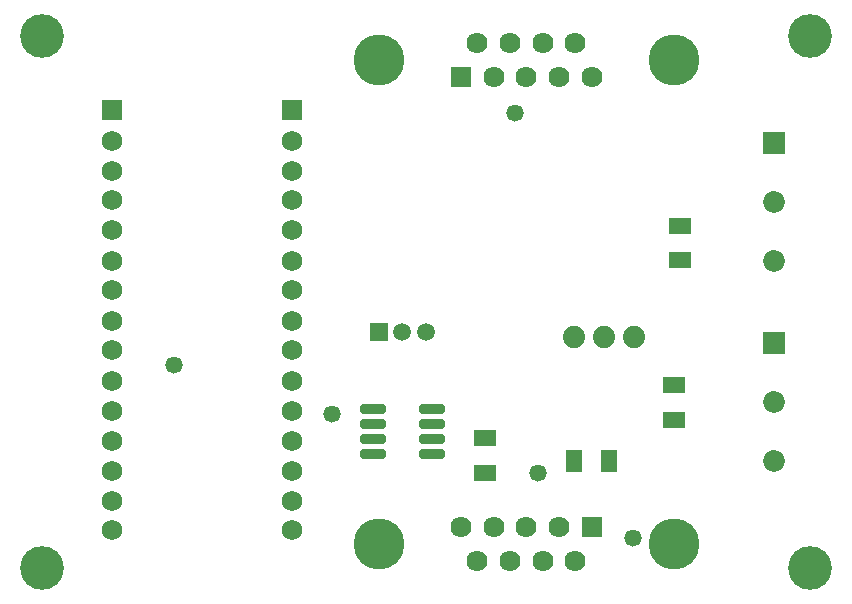
<source format=gts>
G04*
G04 #@! TF.GenerationSoftware,Altium Limited,Altium Designer,23.4.1 (23)*
G04*
G04 Layer_Color=8388736*
%FSLAX42Y42*%
%MOMM*%
G71*
G04*
G04 #@! TF.SameCoordinates,9F17B6EC-CAF7-4D44-AAD4-BEE513544B2B*
G04*
G04*
G04 #@! TF.FilePolarity,Negative*
G04*
G01*
G75*
%ADD17R,1.97X1.33*%
%ADD18R,1.33X1.97*%
G04:AMPARAMS|DCode=19|XSize=2.17mm|YSize=0.8mm|CornerRadius=0.18mm|HoleSize=0mm|Usage=FLASHONLY|Rotation=0.000|XOffset=0mm|YOffset=0mm|HoleType=Round|Shape=RoundedRectangle|*
%AMROUNDEDRECTD19*
21,1,2.17,0.45,0,0,0.0*
21,1,1.82,0.80,0,0,0.0*
1,1,0.35,0.91,-0.23*
1,1,0.35,-0.91,-0.23*
1,1,0.35,-0.91,0.23*
1,1,0.35,0.91,0.23*
%
%ADD19ROUNDEDRECTD19*%
%ADD20R,1.85X1.85*%
%ADD21C,1.85*%
%ADD22R,1.52X1.52*%
%ADD23C,1.52*%
%ADD24R,1.73X1.73*%
%ADD25C,1.73*%
%ADD26C,4.32*%
%ADD27R,1.78X1.78*%
%ADD28C,1.78*%
%ADD29C,1.88*%
%ADD30C,3.70*%
%ADD31C,1.47*%
D17*
X5650Y2853D02*
D03*
Y3147D02*
D03*
X5600Y1500D02*
D03*
Y1794D02*
D03*
X4000Y1347D02*
D03*
Y1053D02*
D03*
D18*
X4753Y1150D02*
D03*
X5047D02*
D03*
D19*
X3547Y1590D02*
D03*
Y1464D02*
D03*
Y1336D02*
D03*
Y1210D02*
D03*
X3053D02*
D03*
Y1336D02*
D03*
Y1464D02*
D03*
Y1590D02*
D03*
D20*
X6450Y3850D02*
D03*
Y2150D02*
D03*
D21*
Y3350D02*
D03*
Y2850D02*
D03*
Y1150D02*
D03*
Y1650D02*
D03*
D22*
X3100Y2250D02*
D03*
D23*
X3300D02*
D03*
X3500D02*
D03*
D24*
X2362Y4122D02*
D03*
X838D02*
D03*
D25*
X2362Y3867D02*
D03*
Y3613D02*
D03*
Y3360D02*
D03*
Y3106D02*
D03*
Y2851D02*
D03*
Y2598D02*
D03*
Y2343D02*
D03*
Y2090D02*
D03*
Y1835D02*
D03*
Y1581D02*
D03*
Y1327D02*
D03*
Y1073D02*
D03*
Y819D02*
D03*
Y566D02*
D03*
X838Y3867D02*
D03*
Y3613D02*
D03*
Y3360D02*
D03*
Y3106D02*
D03*
Y2851D02*
D03*
Y2598D02*
D03*
Y2343D02*
D03*
Y2090D02*
D03*
Y1835D02*
D03*
Y1581D02*
D03*
Y1327D02*
D03*
Y1073D02*
D03*
Y819D02*
D03*
Y566D02*
D03*
D26*
X3100Y4550D02*
D03*
X5599D02*
D03*
Y450D02*
D03*
X3100D02*
D03*
D27*
X3796Y4408D02*
D03*
X4904Y592D02*
D03*
D28*
X4073Y4408D02*
D03*
X4350D02*
D03*
X4488Y4692D02*
D03*
X4627Y4408D02*
D03*
X4765Y4692D02*
D03*
X4904Y4408D02*
D03*
X4212Y4692D02*
D03*
X3935D02*
D03*
X4627Y592D02*
D03*
X4350D02*
D03*
X4212Y308D02*
D03*
X4073Y592D02*
D03*
X3935Y308D02*
D03*
X3796Y592D02*
D03*
X4488Y308D02*
D03*
X4765D02*
D03*
D29*
X4750Y2200D02*
D03*
X5258D02*
D03*
X5004D02*
D03*
D30*
X250Y4750D02*
D03*
X6750Y250D02*
D03*
Y4750D02*
D03*
X250Y250D02*
D03*
D31*
X1370Y1970D02*
D03*
X4450Y1050D02*
D03*
X4250Y4100D02*
D03*
X5250Y500D02*
D03*
X2700Y1550D02*
D03*
M02*

</source>
